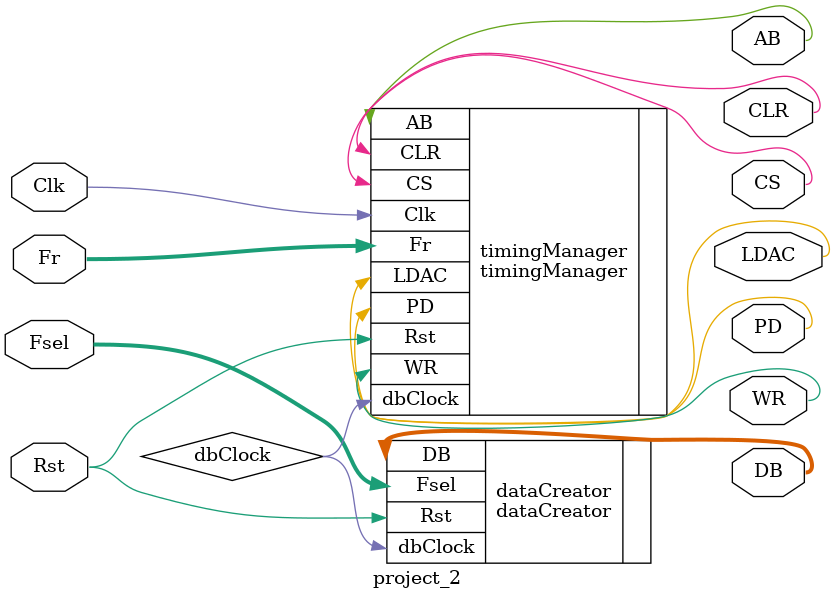
<source format=v>
`timescale 1ns / 1ps


module project_2(
    input Clk,
    input Rst,
    input [1:0] Fsel,
    input [2:0] Fr, 
    output [7:0] DB,
    output CS,
    output WR,
    output AB,
    output PD,
    output LDAC,
    output CLR
    );

    wire dbClock;

    timingManager timingManager(.Clk(Clk), .Rst(Rst), .Fr(Fr), .CS(CS), .WR(WR), .AB(AB), .PD(PD), .LDAC(LDAC), .CLR(CLR), .dbClock(dbClock));
    dataCreator dataCreator(.Rst(Rst), .Fsel(Fsel), .DB(DB), .dbClock(dbClock));
             
endmodule
</source>
